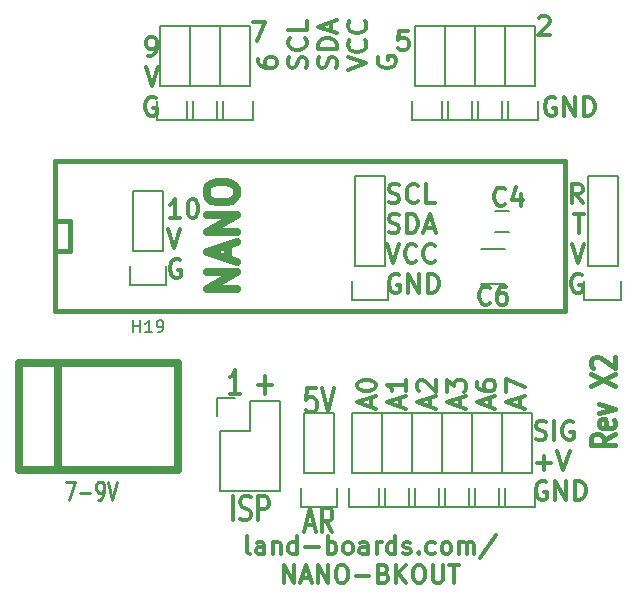
<source format=gto>
G04 #@! TF.FileFunction,Legend,Top*
%FSLAX46Y46*%
G04 Gerber Fmt 4.6, Leading zero omitted, Abs format (unit mm)*
G04 Created by KiCad (PCBNEW 4.0.1-stable) date 7/15/2016 9:20:48 PM*
%MOMM*%
G01*
G04 APERTURE LIST*
%ADD10C,0.150000*%
%ADD11C,0.304800*%
%ADD12C,0.635000*%
%ADD13C,0.285750*%
%ADD14C,0.381000*%
%ADD15C,0.650000*%
G04 APERTURE END LIST*
D10*
D11*
X17190055Y-4021667D02*
X17190055Y-4324048D01*
X17265650Y-4475238D01*
X17341245Y-4550833D01*
X17568031Y-4702024D01*
X17870412Y-4777619D01*
X18475174Y-4777619D01*
X18626364Y-4702024D01*
X18701960Y-4626429D01*
X18777555Y-4475238D01*
X18777555Y-4172857D01*
X18701960Y-4021667D01*
X18626364Y-3946071D01*
X18475174Y-3870476D01*
X18097198Y-3870476D01*
X17946007Y-3946071D01*
X17870412Y-4021667D01*
X17794817Y-4172857D01*
X17794817Y-4475238D01*
X17870412Y-4626429D01*
X17946007Y-4702024D01*
X18097198Y-4777619D01*
X21229260Y-4777619D02*
X21304855Y-4550833D01*
X21304855Y-4172857D01*
X21229260Y-4021667D01*
X21153664Y-3946071D01*
X21002474Y-3870476D01*
X20851283Y-3870476D01*
X20700093Y-3946071D01*
X20624498Y-4021667D01*
X20548902Y-4172857D01*
X20473307Y-4475238D01*
X20397712Y-4626429D01*
X20322117Y-4702024D01*
X20170926Y-4777619D01*
X20019736Y-4777619D01*
X19868545Y-4702024D01*
X19792950Y-4626429D01*
X19717355Y-4475238D01*
X19717355Y-4097262D01*
X19792950Y-3870476D01*
X21153664Y-2282976D02*
X21229260Y-2358571D01*
X21304855Y-2585357D01*
X21304855Y-2736547D01*
X21229260Y-2963333D01*
X21078069Y-3114524D01*
X20926879Y-3190119D01*
X20624498Y-3265714D01*
X20397712Y-3265714D01*
X20095331Y-3190119D01*
X19944140Y-3114524D01*
X19792950Y-2963333D01*
X19717355Y-2736547D01*
X19717355Y-2585357D01*
X19792950Y-2358571D01*
X19868545Y-2282976D01*
X21304855Y-846666D02*
X21304855Y-1602619D01*
X19717355Y-1602619D01*
X23756560Y-4777619D02*
X23832155Y-4550833D01*
X23832155Y-4172857D01*
X23756560Y-4021667D01*
X23680964Y-3946071D01*
X23529774Y-3870476D01*
X23378583Y-3870476D01*
X23227393Y-3946071D01*
X23151798Y-4021667D01*
X23076202Y-4172857D01*
X23000607Y-4475238D01*
X22925012Y-4626429D01*
X22849417Y-4702024D01*
X22698226Y-4777619D01*
X22547036Y-4777619D01*
X22395845Y-4702024D01*
X22320250Y-4626429D01*
X22244655Y-4475238D01*
X22244655Y-4097262D01*
X22320250Y-3870476D01*
X23832155Y-3190119D02*
X22244655Y-3190119D01*
X22244655Y-2812143D01*
X22320250Y-2585357D01*
X22471440Y-2434166D01*
X22622631Y-2358571D01*
X22925012Y-2282976D01*
X23151798Y-2282976D01*
X23454179Y-2358571D01*
X23605369Y-2434166D01*
X23756560Y-2585357D01*
X23832155Y-2812143D01*
X23832155Y-3190119D01*
X23378583Y-1678214D02*
X23378583Y-922262D01*
X23832155Y-1829405D02*
X22244655Y-1300238D01*
X23832155Y-771071D01*
X24771955Y-4928810D02*
X26359455Y-4399643D01*
X24771955Y-3870476D01*
X26208264Y-2434167D02*
X26283860Y-2509762D01*
X26359455Y-2736548D01*
X26359455Y-2887738D01*
X26283860Y-3114524D01*
X26132669Y-3265715D01*
X25981479Y-3341310D01*
X25679098Y-3416905D01*
X25452312Y-3416905D01*
X25149931Y-3341310D01*
X24998740Y-3265715D01*
X24847550Y-3114524D01*
X24771955Y-2887738D01*
X24771955Y-2736548D01*
X24847550Y-2509762D01*
X24923145Y-2434167D01*
X26208264Y-846667D02*
X26283860Y-922262D01*
X26359455Y-1149048D01*
X26359455Y-1300238D01*
X26283860Y-1527024D01*
X26132669Y-1678215D01*
X25981479Y-1753810D01*
X25679098Y-1829405D01*
X25452312Y-1829405D01*
X25149931Y-1753810D01*
X24998740Y-1678215D01*
X24847550Y-1527024D01*
X24771955Y-1300238D01*
X24771955Y-1149048D01*
X24847550Y-922262D01*
X24923145Y-846667D01*
X27374850Y-3870476D02*
X27299255Y-4021667D01*
X27299255Y-4248452D01*
X27374850Y-4475238D01*
X27526040Y-4626429D01*
X27677231Y-4702024D01*
X27979612Y-4777619D01*
X28206398Y-4777619D01*
X28508779Y-4702024D01*
X28659969Y-4626429D01*
X28811160Y-4475238D01*
X28886755Y-4248452D01*
X28886755Y-4097262D01*
X28811160Y-3870476D01*
X28735564Y-3794881D01*
X28206398Y-3794881D01*
X28206398Y-4097262D01*
X29848024Y-1670655D02*
X29092071Y-1670655D01*
X29016476Y-2426607D01*
X29092071Y-2351012D01*
X29243262Y-2275417D01*
X29621238Y-2275417D01*
X29772428Y-2351012D01*
X29848024Y-2426607D01*
X29923619Y-2577798D01*
X29923619Y-2955774D01*
X29848024Y-3106964D01*
X29772428Y-3182560D01*
X29621238Y-3258155D01*
X29243262Y-3258155D01*
X29092071Y-3182560D01*
X29016476Y-3106964D01*
X10607524Y-17494855D02*
X9700381Y-17494855D01*
X10153952Y-17494855D02*
X10153952Y-15907355D01*
X10002762Y-16134140D01*
X9851571Y-16285331D01*
X9700381Y-16360926D01*
X11590262Y-15907355D02*
X11741453Y-15907355D01*
X11892643Y-15982950D01*
X11968238Y-16058545D01*
X12043834Y-16209736D01*
X12119429Y-16512117D01*
X12119429Y-16890093D01*
X12043834Y-17192474D01*
X11968238Y-17343664D01*
X11892643Y-17419260D01*
X11741453Y-17494855D01*
X11590262Y-17494855D01*
X11439072Y-17419260D01*
X11363476Y-17343664D01*
X11287881Y-17192474D01*
X11212286Y-16890093D01*
X11212286Y-16512117D01*
X11287881Y-16209736D01*
X11363476Y-16058545D01*
X11439072Y-15982950D01*
X11590262Y-15907355D01*
X9549190Y-18434655D02*
X10078357Y-20022155D01*
X10607524Y-18434655D01*
X10607524Y-21037550D02*
X10456333Y-20961955D01*
X10229548Y-20961955D01*
X10002762Y-21037550D01*
X9851571Y-21188740D01*
X9775976Y-21339931D01*
X9700381Y-21642312D01*
X9700381Y-21869098D01*
X9775976Y-22171479D01*
X9851571Y-22322669D01*
X10002762Y-22473860D01*
X10229548Y-22549455D01*
X10380738Y-22549455D01*
X10607524Y-22473860D01*
X10683119Y-22398264D01*
X10683119Y-21869098D01*
X10380738Y-21869098D01*
X17199429Y-31641143D02*
X18360572Y-31641143D01*
X17780001Y-32415238D02*
X17780001Y-30867048D01*
X21227143Y-43518667D02*
X21952857Y-43518667D01*
X21082000Y-44099238D02*
X21590000Y-42067238D01*
X22098000Y-44099238D01*
X23476857Y-44099238D02*
X22968857Y-43131619D01*
X22606000Y-44099238D02*
X22606000Y-42067238D01*
X23186572Y-42067238D01*
X23331714Y-42164000D01*
X23404286Y-42260762D01*
X23476857Y-42454286D01*
X23476857Y-42744571D01*
X23404286Y-42938095D01*
X23331714Y-43034857D01*
X23186572Y-43131619D01*
X22606000Y-43131619D01*
X22061714Y-31907238D02*
X21336000Y-31907238D01*
X21263429Y-32874857D01*
X21336000Y-32778095D01*
X21481143Y-32681333D01*
X21844000Y-32681333D01*
X21989143Y-32778095D01*
X22061714Y-32874857D01*
X22134286Y-33068381D01*
X22134286Y-33552190D01*
X22061714Y-33745714D01*
X21989143Y-33842476D01*
X21844000Y-33939238D01*
X21481143Y-33939238D01*
X21336000Y-33842476D01*
X21263429Y-33745714D01*
X22569715Y-31907238D02*
X23077715Y-33939238D01*
X23585715Y-31907238D01*
X44655619Y-16231205D02*
X44126452Y-15475252D01*
X43748476Y-16231205D02*
X43748476Y-14643705D01*
X44353238Y-14643705D01*
X44504429Y-14719300D01*
X44580024Y-14794895D01*
X44655619Y-14946086D01*
X44655619Y-15172871D01*
X44580024Y-15324062D01*
X44504429Y-15399657D01*
X44353238Y-15475252D01*
X43748476Y-15475252D01*
X43899666Y-17171005D02*
X44806809Y-17171005D01*
X44353238Y-18758505D02*
X44353238Y-17171005D01*
X43748476Y-19698305D02*
X44277643Y-21285805D01*
X44806810Y-19698305D01*
X44580024Y-22301200D02*
X44428833Y-22225605D01*
X44202048Y-22225605D01*
X43975262Y-22301200D01*
X43824071Y-22452390D01*
X43748476Y-22603581D01*
X43672881Y-22905962D01*
X43672881Y-23132748D01*
X43748476Y-23435129D01*
X43824071Y-23586319D01*
X43975262Y-23737510D01*
X44202048Y-23813105D01*
X44353238Y-23813105D01*
X44580024Y-23737510D01*
X44655619Y-23661914D01*
X44655619Y-23132748D01*
X44353238Y-23132748D01*
X16748881Y-908655D02*
X17807214Y-908655D01*
X17126857Y-2496155D01*
X26712333Y-33479619D02*
X26712333Y-32723667D01*
X27165905Y-33630810D02*
X25578405Y-33101643D01*
X27165905Y-32572476D01*
X25578405Y-31740929D02*
X25578405Y-31589738D01*
X25654000Y-31438548D01*
X25729595Y-31362953D01*
X25880786Y-31287357D01*
X26183167Y-31211762D01*
X26561143Y-31211762D01*
X26863524Y-31287357D01*
X27014714Y-31362953D01*
X27090310Y-31438548D01*
X27165905Y-31589738D01*
X27165905Y-31740929D01*
X27090310Y-31892119D01*
X27014714Y-31967715D01*
X26863524Y-32043310D01*
X26561143Y-32118905D01*
X26183167Y-32118905D01*
X25880786Y-32043310D01*
X25729595Y-31967715D01*
X25654000Y-31892119D01*
X25578405Y-31740929D01*
X29239633Y-33479619D02*
X29239633Y-32723667D01*
X29693205Y-33630810D02*
X28105705Y-33101643D01*
X29693205Y-32572476D01*
X29693205Y-31211762D02*
X29693205Y-32118905D01*
X29693205Y-31665334D02*
X28105705Y-31665334D01*
X28332490Y-31816524D01*
X28483681Y-31967715D01*
X28559276Y-32118905D01*
X31766933Y-33479619D02*
X31766933Y-32723667D01*
X32220505Y-33630810D02*
X30633005Y-33101643D01*
X32220505Y-32572476D01*
X30784195Y-32118905D02*
X30708600Y-32043310D01*
X30633005Y-31892119D01*
X30633005Y-31514143D01*
X30708600Y-31362953D01*
X30784195Y-31287357D01*
X30935386Y-31211762D01*
X31086576Y-31211762D01*
X31313362Y-31287357D01*
X32220505Y-32194500D01*
X32220505Y-31211762D01*
X34294233Y-33479619D02*
X34294233Y-32723667D01*
X34747805Y-33630810D02*
X33160305Y-33101643D01*
X34747805Y-32572476D01*
X33160305Y-32194500D02*
X33160305Y-31211762D01*
X33765067Y-31740929D01*
X33765067Y-31514143D01*
X33840662Y-31362953D01*
X33916257Y-31287357D01*
X34067448Y-31211762D01*
X34445424Y-31211762D01*
X34596614Y-31287357D01*
X34672210Y-31362953D01*
X34747805Y-31514143D01*
X34747805Y-31967715D01*
X34672210Y-32118905D01*
X34596614Y-32194500D01*
X36821533Y-33479619D02*
X36821533Y-32723667D01*
X37275105Y-33630810D02*
X35687605Y-33101643D01*
X37275105Y-32572476D01*
X35687605Y-31362953D02*
X35687605Y-31665334D01*
X35763200Y-31816524D01*
X35838795Y-31892119D01*
X36065581Y-32043310D01*
X36367962Y-32118905D01*
X36972724Y-32118905D01*
X37123914Y-32043310D01*
X37199510Y-31967715D01*
X37275105Y-31816524D01*
X37275105Y-31514143D01*
X37199510Y-31362953D01*
X37123914Y-31287357D01*
X36972724Y-31211762D01*
X36594748Y-31211762D01*
X36443557Y-31287357D01*
X36367962Y-31362953D01*
X36292367Y-31514143D01*
X36292367Y-31816524D01*
X36367962Y-31967715D01*
X36443557Y-32043310D01*
X36594748Y-32118905D01*
X39348833Y-33479619D02*
X39348833Y-32723667D01*
X39802405Y-33630810D02*
X38214905Y-33101643D01*
X39802405Y-32572476D01*
X38214905Y-32194500D02*
X38214905Y-31136167D01*
X39802405Y-31816524D01*
X28242381Y-16155610D02*
X28469167Y-16231205D01*
X28847143Y-16231205D01*
X28998333Y-16155610D01*
X29073929Y-16080014D01*
X29149524Y-15928824D01*
X29149524Y-15777633D01*
X29073929Y-15626443D01*
X28998333Y-15550848D01*
X28847143Y-15475252D01*
X28544762Y-15399657D01*
X28393571Y-15324062D01*
X28317976Y-15248467D01*
X28242381Y-15097276D01*
X28242381Y-14946086D01*
X28317976Y-14794895D01*
X28393571Y-14719300D01*
X28544762Y-14643705D01*
X28922738Y-14643705D01*
X29149524Y-14719300D01*
X30737024Y-16080014D02*
X30661429Y-16155610D01*
X30434643Y-16231205D01*
X30283453Y-16231205D01*
X30056667Y-16155610D01*
X29905476Y-16004419D01*
X29829881Y-15853229D01*
X29754286Y-15550848D01*
X29754286Y-15324062D01*
X29829881Y-15021681D01*
X29905476Y-14870490D01*
X30056667Y-14719300D01*
X30283453Y-14643705D01*
X30434643Y-14643705D01*
X30661429Y-14719300D01*
X30737024Y-14794895D01*
X32173334Y-16231205D02*
X31417381Y-16231205D01*
X31417381Y-14643705D01*
X28242381Y-18682910D02*
X28469167Y-18758505D01*
X28847143Y-18758505D01*
X28998333Y-18682910D01*
X29073929Y-18607314D01*
X29149524Y-18456124D01*
X29149524Y-18304933D01*
X29073929Y-18153743D01*
X28998333Y-18078148D01*
X28847143Y-18002552D01*
X28544762Y-17926957D01*
X28393571Y-17851362D01*
X28317976Y-17775767D01*
X28242381Y-17624576D01*
X28242381Y-17473386D01*
X28317976Y-17322195D01*
X28393571Y-17246600D01*
X28544762Y-17171005D01*
X28922738Y-17171005D01*
X29149524Y-17246600D01*
X29829881Y-18758505D02*
X29829881Y-17171005D01*
X30207857Y-17171005D01*
X30434643Y-17246600D01*
X30585834Y-17397790D01*
X30661429Y-17548981D01*
X30737024Y-17851362D01*
X30737024Y-18078148D01*
X30661429Y-18380529D01*
X30585834Y-18531719D01*
X30434643Y-18682910D01*
X30207857Y-18758505D01*
X29829881Y-18758505D01*
X31341786Y-18304933D02*
X32097738Y-18304933D01*
X31190595Y-18758505D02*
X31719762Y-17171005D01*
X32248929Y-18758505D01*
X28091190Y-19698305D02*
X28620357Y-21285805D01*
X29149524Y-19698305D01*
X30585833Y-21134614D02*
X30510238Y-21210210D01*
X30283452Y-21285805D01*
X30132262Y-21285805D01*
X29905476Y-21210210D01*
X29754285Y-21059019D01*
X29678690Y-20907829D01*
X29603095Y-20605448D01*
X29603095Y-20378662D01*
X29678690Y-20076281D01*
X29754285Y-19925090D01*
X29905476Y-19773900D01*
X30132262Y-19698305D01*
X30283452Y-19698305D01*
X30510238Y-19773900D01*
X30585833Y-19849495D01*
X32173333Y-21134614D02*
X32097738Y-21210210D01*
X31870952Y-21285805D01*
X31719762Y-21285805D01*
X31492976Y-21210210D01*
X31341785Y-21059019D01*
X31266190Y-20907829D01*
X31190595Y-20605448D01*
X31190595Y-20378662D01*
X31266190Y-20076281D01*
X31341785Y-19925090D01*
X31492976Y-19773900D01*
X31719762Y-19698305D01*
X31870952Y-19698305D01*
X32097738Y-19773900D01*
X32173333Y-19849495D01*
X29149524Y-22301200D02*
X28998333Y-22225605D01*
X28771548Y-22225605D01*
X28544762Y-22301200D01*
X28393571Y-22452390D01*
X28317976Y-22603581D01*
X28242381Y-22905962D01*
X28242381Y-23132748D01*
X28317976Y-23435129D01*
X28393571Y-23586319D01*
X28544762Y-23737510D01*
X28771548Y-23813105D01*
X28922738Y-23813105D01*
X29149524Y-23737510D01*
X29225119Y-23661914D01*
X29225119Y-23132748D01*
X28922738Y-23132748D01*
X29905476Y-23813105D02*
X29905476Y-22225605D01*
X30812619Y-23813105D01*
X30812619Y-22225605D01*
X31568571Y-23813105D02*
X31568571Y-22225605D01*
X31946547Y-22225605D01*
X32173333Y-22301200D01*
X32324524Y-22452390D01*
X32400119Y-22603581D01*
X32475714Y-22905962D01*
X32475714Y-23132748D01*
X32400119Y-23435129D01*
X32324524Y-23586319D01*
X32173333Y-23737510D01*
X31946547Y-23813105D01*
X31568571Y-23813105D01*
X42357524Y-7334250D02*
X42206333Y-7258655D01*
X41979548Y-7258655D01*
X41752762Y-7334250D01*
X41601571Y-7485440D01*
X41525976Y-7636631D01*
X41450381Y-7939012D01*
X41450381Y-8165798D01*
X41525976Y-8468179D01*
X41601571Y-8619369D01*
X41752762Y-8770560D01*
X41979548Y-8846155D01*
X42130738Y-8846155D01*
X42357524Y-8770560D01*
X42433119Y-8694964D01*
X42433119Y-8165798D01*
X42130738Y-8165798D01*
X43113476Y-8846155D02*
X43113476Y-7258655D01*
X44020619Y-8846155D01*
X44020619Y-7258655D01*
X44776571Y-8846155D02*
X44776571Y-7258655D01*
X45154547Y-7258655D01*
X45381333Y-7334250D01*
X45532524Y-7485440D01*
X45608119Y-7636631D01*
X45683714Y-7939012D01*
X45683714Y-8165798D01*
X45608119Y-8468179D01*
X45532524Y-8619369D01*
X45381333Y-8770560D01*
X45154547Y-8846155D01*
X44776571Y-8846155D01*
X40954476Y-551845D02*
X41030071Y-476250D01*
X41181262Y-400655D01*
X41559238Y-400655D01*
X41710428Y-476250D01*
X41786024Y-551845D01*
X41861619Y-703036D01*
X41861619Y-854226D01*
X41786024Y-1081012D01*
X40878881Y-1988155D01*
X41861619Y-1988155D01*
X7831666Y-3778855D02*
X8134047Y-3778855D01*
X8285238Y-3703260D01*
X8360833Y-3627664D01*
X8512024Y-3400879D01*
X8587619Y-3098498D01*
X8587619Y-2493736D01*
X8512024Y-2342545D01*
X8436428Y-2266950D01*
X8285238Y-2191355D01*
X7982857Y-2191355D01*
X7831666Y-2266950D01*
X7756071Y-2342545D01*
X7680476Y-2493736D01*
X7680476Y-2871712D01*
X7756071Y-3022902D01*
X7831666Y-3098498D01*
X7982857Y-3174093D01*
X8285238Y-3174093D01*
X8436428Y-3098498D01*
X8512024Y-3022902D01*
X8587619Y-2871712D01*
X7680476Y-4718655D02*
X8209643Y-6306155D01*
X8738810Y-4718655D01*
X8512024Y-7321550D02*
X8360833Y-7245955D01*
X8134048Y-7245955D01*
X7907262Y-7321550D01*
X7756071Y-7472740D01*
X7680476Y-7623931D01*
X7604881Y-7926312D01*
X7604881Y-8153098D01*
X7680476Y-8455479D01*
X7756071Y-8606669D01*
X7907262Y-8757860D01*
X8134048Y-8833455D01*
X8285238Y-8833455D01*
X8512024Y-8757860D01*
X8587619Y-8682264D01*
X8587619Y-8153098D01*
X8285238Y-8153098D01*
X40688381Y-36215260D02*
X40915167Y-36290855D01*
X41293143Y-36290855D01*
X41444333Y-36215260D01*
X41519929Y-36139664D01*
X41595524Y-35988474D01*
X41595524Y-35837283D01*
X41519929Y-35686093D01*
X41444333Y-35610498D01*
X41293143Y-35534902D01*
X40990762Y-35459307D01*
X40839571Y-35383712D01*
X40763976Y-35308117D01*
X40688381Y-35156926D01*
X40688381Y-35005736D01*
X40763976Y-34854545D01*
X40839571Y-34778950D01*
X40990762Y-34703355D01*
X41368738Y-34703355D01*
X41595524Y-34778950D01*
X42275881Y-36290855D02*
X42275881Y-34703355D01*
X43863381Y-34778950D02*
X43712190Y-34703355D01*
X43485405Y-34703355D01*
X43258619Y-34778950D01*
X43107428Y-34930140D01*
X43031833Y-35081331D01*
X42956238Y-35383712D01*
X42956238Y-35610498D01*
X43031833Y-35912879D01*
X43107428Y-36064069D01*
X43258619Y-36215260D01*
X43485405Y-36290855D01*
X43636595Y-36290855D01*
X43863381Y-36215260D01*
X43938976Y-36139664D01*
X43938976Y-35610498D01*
X43636595Y-35610498D01*
X40763976Y-38213393D02*
X41973500Y-38213393D01*
X41368738Y-38818155D02*
X41368738Y-37608631D01*
X42502666Y-37230655D02*
X43031833Y-38818155D01*
X43561000Y-37230655D01*
X41595524Y-39833550D02*
X41444333Y-39757955D01*
X41217548Y-39757955D01*
X40990762Y-39833550D01*
X40839571Y-39984740D01*
X40763976Y-40135931D01*
X40688381Y-40438312D01*
X40688381Y-40665098D01*
X40763976Y-40967479D01*
X40839571Y-41118669D01*
X40990762Y-41269860D01*
X41217548Y-41345455D01*
X41368738Y-41345455D01*
X41595524Y-41269860D01*
X41671119Y-41194264D01*
X41671119Y-40665098D01*
X41368738Y-40665098D01*
X42351476Y-41345455D02*
X42351476Y-39757955D01*
X43258619Y-41345455D01*
X43258619Y-39757955D01*
X44014571Y-41345455D02*
X44014571Y-39757955D01*
X44392547Y-39757955D01*
X44619333Y-39833550D01*
X44770524Y-39984740D01*
X44846119Y-40135931D01*
X44921714Y-40438312D01*
X44921714Y-40665098D01*
X44846119Y-40967479D01*
X44770524Y-41118669D01*
X44619333Y-41269860D01*
X44392547Y-41345455D01*
X44014571Y-41345455D01*
X15022286Y-43083238D02*
X15022286Y-41051238D01*
X15675429Y-42986476D02*
X15893143Y-43083238D01*
X16256000Y-43083238D01*
X16401143Y-42986476D01*
X16473714Y-42889714D01*
X16546286Y-42696190D01*
X16546286Y-42502667D01*
X16473714Y-42309143D01*
X16401143Y-42212381D01*
X16256000Y-42115619D01*
X15965714Y-42018857D01*
X15820572Y-41922095D01*
X15748000Y-41825333D01*
X15675429Y-41631810D01*
X15675429Y-41438286D01*
X15748000Y-41244762D01*
X15820572Y-41148000D01*
X15965714Y-41051238D01*
X16328572Y-41051238D01*
X16546286Y-41148000D01*
X17199429Y-43083238D02*
X17199429Y-41051238D01*
X17780001Y-41051238D01*
X17925143Y-41148000D01*
X17997715Y-41244762D01*
X18070286Y-41438286D01*
X18070286Y-41728571D01*
X17997715Y-41922095D01*
X17925143Y-42018857D01*
X17780001Y-42115619D01*
X17199429Y-42115619D01*
X15675429Y-32415238D02*
X14804572Y-32415238D01*
X15240000Y-32415238D02*
X15240000Y-30383238D01*
X15094857Y-30673524D01*
X14949715Y-30867048D01*
X14804572Y-30963810D01*
D12*
X15373048Y-23525237D02*
X12833048Y-23525237D01*
X15373048Y-22073809D01*
X12833048Y-22073809D01*
X14647333Y-20985237D02*
X14647333Y-19775714D01*
X15373048Y-21227142D02*
X12833048Y-20380476D01*
X15373048Y-19533809D01*
X15373048Y-18687142D02*
X12833048Y-18687142D01*
X15373048Y-17235714D01*
X12833048Y-17235714D01*
X12833048Y-15542381D02*
X12833048Y-15058571D01*
X12954000Y-14816666D01*
X13195905Y-14574762D01*
X13679714Y-14453809D01*
X14526381Y-14453809D01*
X15010190Y-14574762D01*
X15252095Y-14816666D01*
X15373048Y-15058571D01*
X15373048Y-15542381D01*
X15252095Y-15784285D01*
X15010190Y-16026190D01*
X14526381Y-16147142D01*
X13679714Y-16147142D01*
X13195905Y-16026190D01*
X12954000Y-15784285D01*
X12833048Y-15542381D01*
D13*
X925287Y-39805429D02*
X1687287Y-39805429D01*
X1197430Y-41329429D01*
X2122715Y-40748857D02*
X2993572Y-40748857D01*
X3592286Y-41329429D02*
X3810001Y-41329429D01*
X3918858Y-41256857D01*
X3973286Y-41184286D01*
X4082144Y-40966571D01*
X4136572Y-40676286D01*
X4136572Y-40095714D01*
X4082144Y-39950571D01*
X4027715Y-39878000D01*
X3918858Y-39805429D01*
X3701144Y-39805429D01*
X3592286Y-39878000D01*
X3537858Y-39950571D01*
X3483429Y-40095714D01*
X3483429Y-40458571D01*
X3537858Y-40603714D01*
X3592286Y-40676286D01*
X3701144Y-40748857D01*
X3918858Y-40748857D01*
X4027715Y-40676286D01*
X4082144Y-40603714D01*
X4136572Y-40458571D01*
X4463143Y-39805429D02*
X4844143Y-41329429D01*
X5225143Y-39805429D01*
D14*
X47401238Y-35814001D02*
X46433619Y-36322001D01*
X47401238Y-36684858D02*
X45369238Y-36684858D01*
X45369238Y-36104286D01*
X45466000Y-35959144D01*
X45562762Y-35886572D01*
X45756286Y-35814001D01*
X46046571Y-35814001D01*
X46240095Y-35886572D01*
X46336857Y-35959144D01*
X46433619Y-36104286D01*
X46433619Y-36684858D01*
X47304476Y-34580286D02*
X47401238Y-34725429D01*
X47401238Y-35015715D01*
X47304476Y-35160858D01*
X47110952Y-35233429D01*
X46336857Y-35233429D01*
X46143333Y-35160858D01*
X46046571Y-35015715D01*
X46046571Y-34725429D01*
X46143333Y-34580286D01*
X46336857Y-34507715D01*
X46530381Y-34507715D01*
X46723905Y-35233429D01*
X46046571Y-33999715D02*
X47401238Y-33636858D01*
X46046571Y-33274000D01*
X45369238Y-31677429D02*
X47401238Y-30661429D01*
X45369238Y-30661429D02*
X47401238Y-31677429D01*
X45562762Y-30153428D02*
X45466000Y-30080857D01*
X45369238Y-29935714D01*
X45369238Y-29572857D01*
X45466000Y-29427714D01*
X45562762Y-29355143D01*
X45756286Y-29282571D01*
X45949810Y-29282571D01*
X46240095Y-29355143D01*
X47401238Y-30226000D01*
X47401238Y-29282571D01*
D11*
X16473715Y-45952229D02*
X16328573Y-45879657D01*
X16256001Y-45734514D01*
X16256001Y-44428229D01*
X17707430Y-45952229D02*
X17707430Y-45153943D01*
X17634859Y-45008800D01*
X17489716Y-44936229D01*
X17199430Y-44936229D01*
X17054287Y-45008800D01*
X17707430Y-45879657D02*
X17562287Y-45952229D01*
X17199430Y-45952229D01*
X17054287Y-45879657D01*
X16981716Y-45734514D01*
X16981716Y-45589371D01*
X17054287Y-45444229D01*
X17199430Y-45371657D01*
X17562287Y-45371657D01*
X17707430Y-45299086D01*
X18433144Y-44936229D02*
X18433144Y-45952229D01*
X18433144Y-45081371D02*
X18505716Y-45008800D01*
X18650858Y-44936229D01*
X18868573Y-44936229D01*
X19013716Y-45008800D01*
X19086287Y-45153943D01*
X19086287Y-45952229D01*
X20465144Y-45952229D02*
X20465144Y-44428229D01*
X20465144Y-45879657D02*
X20320001Y-45952229D01*
X20029715Y-45952229D01*
X19884573Y-45879657D01*
X19812001Y-45807086D01*
X19739430Y-45661943D01*
X19739430Y-45226514D01*
X19812001Y-45081371D01*
X19884573Y-45008800D01*
X20029715Y-44936229D01*
X20320001Y-44936229D01*
X20465144Y-45008800D01*
X21190858Y-45371657D02*
X22352001Y-45371657D01*
X23077715Y-45952229D02*
X23077715Y-44428229D01*
X23077715Y-45008800D02*
X23222858Y-44936229D01*
X23513144Y-44936229D01*
X23658287Y-45008800D01*
X23730858Y-45081371D01*
X23803429Y-45226514D01*
X23803429Y-45661943D01*
X23730858Y-45807086D01*
X23658287Y-45879657D01*
X23513144Y-45952229D01*
X23222858Y-45952229D01*
X23077715Y-45879657D01*
X24674286Y-45952229D02*
X24529144Y-45879657D01*
X24456572Y-45807086D01*
X24384001Y-45661943D01*
X24384001Y-45226514D01*
X24456572Y-45081371D01*
X24529144Y-45008800D01*
X24674286Y-44936229D01*
X24892001Y-44936229D01*
X25037144Y-45008800D01*
X25109715Y-45081371D01*
X25182286Y-45226514D01*
X25182286Y-45661943D01*
X25109715Y-45807086D01*
X25037144Y-45879657D01*
X24892001Y-45952229D01*
X24674286Y-45952229D01*
X26488572Y-45952229D02*
X26488572Y-45153943D01*
X26416001Y-45008800D01*
X26270858Y-44936229D01*
X25980572Y-44936229D01*
X25835429Y-45008800D01*
X26488572Y-45879657D02*
X26343429Y-45952229D01*
X25980572Y-45952229D01*
X25835429Y-45879657D01*
X25762858Y-45734514D01*
X25762858Y-45589371D01*
X25835429Y-45444229D01*
X25980572Y-45371657D01*
X26343429Y-45371657D01*
X26488572Y-45299086D01*
X27214286Y-45952229D02*
X27214286Y-44936229D01*
X27214286Y-45226514D02*
X27286858Y-45081371D01*
X27359429Y-45008800D01*
X27504572Y-44936229D01*
X27649715Y-44936229D01*
X28810858Y-45952229D02*
X28810858Y-44428229D01*
X28810858Y-45879657D02*
X28665715Y-45952229D01*
X28375429Y-45952229D01*
X28230287Y-45879657D01*
X28157715Y-45807086D01*
X28085144Y-45661943D01*
X28085144Y-45226514D01*
X28157715Y-45081371D01*
X28230287Y-45008800D01*
X28375429Y-44936229D01*
X28665715Y-44936229D01*
X28810858Y-45008800D01*
X29464001Y-45879657D02*
X29609144Y-45952229D01*
X29899429Y-45952229D01*
X30044572Y-45879657D01*
X30117144Y-45734514D01*
X30117144Y-45661943D01*
X30044572Y-45516800D01*
X29899429Y-45444229D01*
X29681715Y-45444229D01*
X29536572Y-45371657D01*
X29464001Y-45226514D01*
X29464001Y-45153943D01*
X29536572Y-45008800D01*
X29681715Y-44936229D01*
X29899429Y-44936229D01*
X30044572Y-45008800D01*
X30770286Y-45807086D02*
X30842858Y-45879657D01*
X30770286Y-45952229D01*
X30697715Y-45879657D01*
X30770286Y-45807086D01*
X30770286Y-45952229D01*
X32149143Y-45879657D02*
X32004000Y-45952229D01*
X31713714Y-45952229D01*
X31568572Y-45879657D01*
X31496000Y-45807086D01*
X31423429Y-45661943D01*
X31423429Y-45226514D01*
X31496000Y-45081371D01*
X31568572Y-45008800D01*
X31713714Y-44936229D01*
X32004000Y-44936229D01*
X32149143Y-45008800D01*
X33020000Y-45952229D02*
X32874858Y-45879657D01*
X32802286Y-45807086D01*
X32729715Y-45661943D01*
X32729715Y-45226514D01*
X32802286Y-45081371D01*
X32874858Y-45008800D01*
X33020000Y-44936229D01*
X33237715Y-44936229D01*
X33382858Y-45008800D01*
X33455429Y-45081371D01*
X33528000Y-45226514D01*
X33528000Y-45661943D01*
X33455429Y-45807086D01*
X33382858Y-45879657D01*
X33237715Y-45952229D01*
X33020000Y-45952229D01*
X34181143Y-45952229D02*
X34181143Y-44936229D01*
X34181143Y-45081371D02*
X34253715Y-45008800D01*
X34398857Y-44936229D01*
X34616572Y-44936229D01*
X34761715Y-45008800D01*
X34834286Y-45153943D01*
X34834286Y-45952229D01*
X34834286Y-45153943D02*
X34906857Y-45008800D01*
X35052000Y-44936229D01*
X35269715Y-44936229D01*
X35414857Y-45008800D01*
X35487429Y-45153943D01*
X35487429Y-45952229D01*
X37301715Y-44355657D02*
X35995429Y-46315086D01*
X19340287Y-48390629D02*
X19340287Y-46866629D01*
X20211144Y-48390629D01*
X20211144Y-46866629D01*
X20864287Y-47955200D02*
X21590001Y-47955200D01*
X20719144Y-48390629D02*
X21227144Y-46866629D01*
X21735144Y-48390629D01*
X22243144Y-48390629D02*
X22243144Y-46866629D01*
X23114001Y-48390629D01*
X23114001Y-46866629D01*
X24130001Y-46866629D02*
X24420287Y-46866629D01*
X24565429Y-46939200D01*
X24710572Y-47084343D01*
X24783144Y-47374629D01*
X24783144Y-47882629D01*
X24710572Y-48172914D01*
X24565429Y-48318057D01*
X24420287Y-48390629D01*
X24130001Y-48390629D01*
X23984858Y-48318057D01*
X23839715Y-48172914D01*
X23767144Y-47882629D01*
X23767144Y-47374629D01*
X23839715Y-47084343D01*
X23984858Y-46939200D01*
X24130001Y-46866629D01*
X25436286Y-47810057D02*
X26597429Y-47810057D01*
X27831143Y-47592343D02*
X28048857Y-47664914D01*
X28121429Y-47737486D01*
X28194000Y-47882629D01*
X28194000Y-48100343D01*
X28121429Y-48245486D01*
X28048857Y-48318057D01*
X27903715Y-48390629D01*
X27323143Y-48390629D01*
X27323143Y-46866629D01*
X27831143Y-46866629D01*
X27976286Y-46939200D01*
X28048857Y-47011771D01*
X28121429Y-47156914D01*
X28121429Y-47302057D01*
X28048857Y-47447200D01*
X27976286Y-47519771D01*
X27831143Y-47592343D01*
X27323143Y-47592343D01*
X28847143Y-48390629D02*
X28847143Y-46866629D01*
X29718000Y-48390629D02*
X29064857Y-47519771D01*
X29718000Y-46866629D02*
X28847143Y-47737486D01*
X30661429Y-46866629D02*
X30951715Y-46866629D01*
X31096857Y-46939200D01*
X31242000Y-47084343D01*
X31314572Y-47374629D01*
X31314572Y-47882629D01*
X31242000Y-48172914D01*
X31096857Y-48318057D01*
X30951715Y-48390629D01*
X30661429Y-48390629D01*
X30516286Y-48318057D01*
X30371143Y-48172914D01*
X30298572Y-47882629D01*
X30298572Y-47374629D01*
X30371143Y-47084343D01*
X30516286Y-46939200D01*
X30661429Y-46866629D01*
X31967714Y-46866629D02*
X31967714Y-48100343D01*
X32040286Y-48245486D01*
X32112857Y-48318057D01*
X32258000Y-48390629D01*
X32548286Y-48390629D01*
X32693428Y-48318057D01*
X32766000Y-48245486D01*
X32838571Y-48100343D01*
X32838571Y-46866629D01*
X33346571Y-46866629D02*
X34217428Y-46866629D01*
X33781999Y-48390629D02*
X33781999Y-46866629D01*
D14*
X0Y-12700000D02*
X43180000Y-12700000D01*
X43180000Y-12700000D02*
X43180000Y-25400000D01*
X43180000Y-25400000D02*
X0Y-25400000D01*
X0Y-25400000D02*
X0Y-12700000D01*
X0Y-20320000D02*
X1270000Y-20320000D01*
X1270000Y-20320000D02*
X1270000Y-17780000D01*
X1270000Y-17780000D02*
X0Y-17780000D01*
D10*
X37246000Y-16905000D02*
X38446000Y-16905000D01*
X38446000Y-18655000D02*
X37246000Y-18655000D01*
X36084000Y-20115000D02*
X38084000Y-20115000D01*
X38084000Y-23065000D02*
X36084000Y-23065000D01*
D15*
X245000Y-38790000D02*
X245000Y-29790000D01*
X-3055000Y-29790000D02*
X-3055000Y-38790000D01*
X-3055000Y-29790000D02*
X10445000Y-29790000D01*
X10445000Y-29790000D02*
X10445000Y-38790000D01*
X-3055000Y-38790000D02*
X10445000Y-38790000D01*
D10*
X27686000Y-39116000D02*
X27686000Y-34036000D01*
X27686000Y-34036000D02*
X25146000Y-34036000D01*
X25146000Y-34036000D02*
X25146000Y-39116000D01*
X24866000Y-41936000D02*
X24866000Y-40386000D01*
X25146000Y-39116000D02*
X27686000Y-39116000D01*
X27966000Y-40386000D02*
X27966000Y-41936000D01*
X27966000Y-41936000D02*
X24866000Y-41936000D01*
X30226000Y-39116000D02*
X30226000Y-34036000D01*
X30226000Y-34036000D02*
X27686000Y-34036000D01*
X27686000Y-34036000D02*
X27686000Y-39116000D01*
X27406000Y-41936000D02*
X27406000Y-40386000D01*
X27686000Y-39116000D02*
X30226000Y-39116000D01*
X30506000Y-40386000D02*
X30506000Y-41936000D01*
X30506000Y-41936000D02*
X27406000Y-41936000D01*
X32766000Y-39116000D02*
X32766000Y-34036000D01*
X32766000Y-34036000D02*
X30226000Y-34036000D01*
X30226000Y-34036000D02*
X30226000Y-39116000D01*
X29946000Y-41936000D02*
X29946000Y-40386000D01*
X30226000Y-39116000D02*
X32766000Y-39116000D01*
X33046000Y-40386000D02*
X33046000Y-41936000D01*
X33046000Y-41936000D02*
X29946000Y-41936000D01*
X35306000Y-39116000D02*
X35306000Y-34036000D01*
X35306000Y-34036000D02*
X32766000Y-34036000D01*
X32766000Y-34036000D02*
X32766000Y-39116000D01*
X32486000Y-41936000D02*
X32486000Y-40386000D01*
X32766000Y-39116000D02*
X35306000Y-39116000D01*
X35586000Y-40386000D02*
X35586000Y-41936000D01*
X35586000Y-41936000D02*
X32486000Y-41936000D01*
X37846000Y-39116000D02*
X37846000Y-34036000D01*
X37846000Y-34036000D02*
X35306000Y-34036000D01*
X35306000Y-34036000D02*
X35306000Y-39116000D01*
X35026000Y-41936000D02*
X35026000Y-40386000D01*
X35306000Y-39116000D02*
X37846000Y-39116000D01*
X38126000Y-40386000D02*
X38126000Y-41936000D01*
X38126000Y-41936000D02*
X35026000Y-41936000D01*
X40386000Y-39116000D02*
X40386000Y-34036000D01*
X40386000Y-34036000D02*
X37846000Y-34036000D01*
X37846000Y-34036000D02*
X37846000Y-39116000D01*
X37566000Y-41936000D02*
X37566000Y-40386000D01*
X37846000Y-39116000D02*
X40386000Y-39116000D01*
X40666000Y-40386000D02*
X40666000Y-41936000D01*
X40666000Y-41936000D02*
X37566000Y-41936000D01*
X13970000Y-35560000D02*
X13970000Y-40640000D01*
X13690000Y-32740000D02*
X15240000Y-32740000D01*
X16510000Y-33020000D02*
X16510000Y-35560000D01*
X16510000Y-35560000D02*
X13970000Y-35560000D01*
X13970000Y-40640000D02*
X19050000Y-40640000D01*
X19050000Y-40640000D02*
X19050000Y-35560000D01*
X13690000Y-32740000D02*
X13690000Y-34290000D01*
X19050000Y-33020000D02*
X16510000Y-33020000D01*
X19050000Y-35560000D02*
X19050000Y-33020000D01*
X11430000Y-6350000D02*
X11430000Y-1270000D01*
X11430000Y-1270000D02*
X8890000Y-1270000D01*
X8890000Y-1270000D02*
X8890000Y-6350000D01*
X8610000Y-9170000D02*
X8610000Y-7620000D01*
X8890000Y-6350000D02*
X11430000Y-6350000D01*
X11710000Y-7620000D02*
X11710000Y-9170000D01*
X11710000Y-9170000D02*
X8610000Y-9170000D01*
X13970000Y-6350000D02*
X13970000Y-1270000D01*
X13970000Y-1270000D02*
X11430000Y-1270000D01*
X11430000Y-1270000D02*
X11430000Y-6350000D01*
X11150000Y-9170000D02*
X11150000Y-7620000D01*
X11430000Y-6350000D02*
X13970000Y-6350000D01*
X14250000Y-7620000D02*
X14250000Y-9170000D01*
X14250000Y-9170000D02*
X11150000Y-9170000D01*
X16510000Y-6350000D02*
X16510000Y-1270000D01*
X16510000Y-1270000D02*
X13970000Y-1270000D01*
X13970000Y-1270000D02*
X13970000Y-6350000D01*
X13690000Y-9170000D02*
X13690000Y-7620000D01*
X13970000Y-6350000D02*
X16510000Y-6350000D01*
X16790000Y-7620000D02*
X16790000Y-9170000D01*
X16790000Y-9170000D02*
X13690000Y-9170000D01*
X33020000Y-6350000D02*
X33020000Y-1270000D01*
X33020000Y-1270000D02*
X30480000Y-1270000D01*
X30480000Y-1270000D02*
X30480000Y-6350000D01*
X30200000Y-9170000D02*
X30200000Y-7620000D01*
X30480000Y-6350000D02*
X33020000Y-6350000D01*
X33300000Y-7620000D02*
X33300000Y-9170000D01*
X33300000Y-9170000D02*
X30200000Y-9170000D01*
X35560000Y-6350000D02*
X35560000Y-1270000D01*
X35560000Y-1270000D02*
X33020000Y-1270000D01*
X33020000Y-1270000D02*
X33020000Y-6350000D01*
X32740000Y-9170000D02*
X32740000Y-7620000D01*
X33020000Y-6350000D02*
X35560000Y-6350000D01*
X35840000Y-7620000D02*
X35840000Y-9170000D01*
X35840000Y-9170000D02*
X32740000Y-9170000D01*
X38100000Y-6350000D02*
X38100000Y-1270000D01*
X38100000Y-1270000D02*
X35560000Y-1270000D01*
X35560000Y-1270000D02*
X35560000Y-6350000D01*
X35280000Y-9170000D02*
X35280000Y-7620000D01*
X35560000Y-6350000D02*
X38100000Y-6350000D01*
X38380000Y-7620000D02*
X38380000Y-9170000D01*
X38380000Y-9170000D02*
X35280000Y-9170000D01*
X40640000Y-6350000D02*
X40640000Y-1270000D01*
X40640000Y-1270000D02*
X38100000Y-1270000D01*
X38100000Y-1270000D02*
X38100000Y-6350000D01*
X37820000Y-9170000D02*
X37820000Y-7620000D01*
X38100000Y-6350000D02*
X40640000Y-6350000D01*
X40920000Y-7620000D02*
X40920000Y-9170000D01*
X40920000Y-9170000D02*
X37820000Y-9170000D01*
X47625000Y-21590000D02*
X47625000Y-13970000D01*
X45085000Y-21590000D02*
X45085000Y-13970000D01*
X44805000Y-24410000D02*
X44805000Y-22860000D01*
X47625000Y-13970000D02*
X45085000Y-13970000D01*
X45085000Y-21590000D02*
X47625000Y-21590000D01*
X47905000Y-22860000D02*
X47905000Y-24410000D01*
X47905000Y-24410000D02*
X44805000Y-24410000D01*
X27940000Y-21590000D02*
X27940000Y-13970000D01*
X25400000Y-21590000D02*
X25400000Y-13970000D01*
X25120000Y-24410000D02*
X25120000Y-22860000D01*
X27940000Y-13970000D02*
X25400000Y-13970000D01*
X25400000Y-21590000D02*
X27940000Y-21590000D01*
X28220000Y-22860000D02*
X28220000Y-24410000D01*
X28220000Y-24410000D02*
X25120000Y-24410000D01*
X23622000Y-39116000D02*
X23622000Y-34036000D01*
X23622000Y-34036000D02*
X21082000Y-34036000D01*
X21082000Y-34036000D02*
X21082000Y-39116000D01*
X20802000Y-41936000D02*
X20802000Y-40386000D01*
X21082000Y-39116000D02*
X23622000Y-39116000D01*
X23902000Y-40386000D02*
X23902000Y-41936000D01*
X23902000Y-41936000D02*
X20802000Y-41936000D01*
X9144000Y-20320000D02*
X9144000Y-15240000D01*
X9144000Y-15240000D02*
X6604000Y-15240000D01*
X6604000Y-15240000D02*
X6604000Y-20320000D01*
X6324000Y-23140000D02*
X6324000Y-21590000D01*
X6604000Y-20320000D02*
X9144000Y-20320000D01*
X9424000Y-21590000D02*
X9424000Y-23140000D01*
X9424000Y-23140000D02*
X6324000Y-23140000D01*
D11*
X38100000Y-16292286D02*
X38027429Y-16364857D01*
X37809715Y-16437429D01*
X37664572Y-16437429D01*
X37446857Y-16364857D01*
X37301715Y-16219714D01*
X37229143Y-16074571D01*
X37156572Y-15784286D01*
X37156572Y-15566571D01*
X37229143Y-15276286D01*
X37301715Y-15131143D01*
X37446857Y-14986000D01*
X37664572Y-14913429D01*
X37809715Y-14913429D01*
X38027429Y-14986000D01*
X38100000Y-15058571D01*
X39406286Y-15421429D02*
X39406286Y-16437429D01*
X39043429Y-14840857D02*
X38680572Y-15929429D01*
X39624000Y-15929429D01*
X36830000Y-24674286D02*
X36757429Y-24746857D01*
X36539715Y-24819429D01*
X36394572Y-24819429D01*
X36176857Y-24746857D01*
X36031715Y-24601714D01*
X35959143Y-24456571D01*
X35886572Y-24166286D01*
X35886572Y-23948571D01*
X35959143Y-23658286D01*
X36031715Y-23513143D01*
X36176857Y-23368000D01*
X36394572Y-23295429D01*
X36539715Y-23295429D01*
X36757429Y-23368000D01*
X36830000Y-23440571D01*
X38136286Y-23295429D02*
X37846000Y-23295429D01*
X37700857Y-23368000D01*
X37628286Y-23440571D01*
X37483143Y-23658286D01*
X37410572Y-23948571D01*
X37410572Y-24529143D01*
X37483143Y-24674286D01*
X37555715Y-24746857D01*
X37700857Y-24819429D01*
X37991143Y-24819429D01*
X38136286Y-24746857D01*
X38208857Y-24674286D01*
X38281429Y-24529143D01*
X38281429Y-24166286D01*
X38208857Y-24021143D01*
X38136286Y-23948571D01*
X37991143Y-23876000D01*
X37700857Y-23876000D01*
X37555715Y-23948571D01*
X37483143Y-24021143D01*
X37410572Y-24166286D01*
D10*
X6635905Y-27142381D02*
X6635905Y-26142381D01*
X6635905Y-26618571D02*
X7207334Y-26618571D01*
X7207334Y-27142381D02*
X7207334Y-26142381D01*
X8207334Y-27142381D02*
X7635905Y-27142381D01*
X7921619Y-27142381D02*
X7921619Y-26142381D01*
X7826381Y-26285238D01*
X7731143Y-26380476D01*
X7635905Y-26428095D01*
X8683524Y-27142381D02*
X8874000Y-27142381D01*
X8969239Y-27094762D01*
X9016858Y-27047143D01*
X9112096Y-26904286D01*
X9159715Y-26713810D01*
X9159715Y-26332857D01*
X9112096Y-26237619D01*
X9064477Y-26190000D01*
X8969239Y-26142381D01*
X8778762Y-26142381D01*
X8683524Y-26190000D01*
X8635905Y-26237619D01*
X8588286Y-26332857D01*
X8588286Y-26570952D01*
X8635905Y-26666190D01*
X8683524Y-26713810D01*
X8778762Y-26761429D01*
X8969239Y-26761429D01*
X9064477Y-26713810D01*
X9112096Y-26666190D01*
X9159715Y-26570952D01*
M02*

</source>
